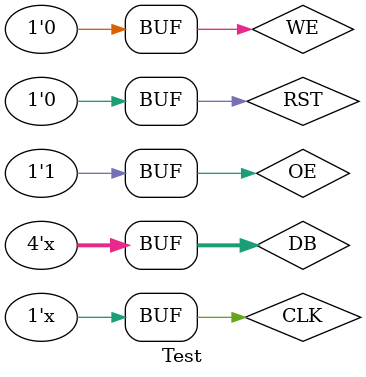
<source format=v>
`timescale 1ns / 1ps

module Test;

	reg CLK;
	reg RST;
	reg WE;
	reg OE;
	
	wire IRQ;

	wire [3:0] DB;

	Top uut (
		.CLK(CLK), 
		.RST(RST), 
		.WE(WE), 
		.OE(OE), 
		.IRQ(IRQ), 
		.DB(DB)
	);
	
	always begin
		CLK = ~CLK; #50;
	end
	
	always begin
		OE = 0; #550;
		OE = 1; #50;
	end
	
	assign DB = (WE && !OE) ? 4'h5 : 4'bZ;

	initial begin
		CLK = 0;
		WE = 0;
		OE = 0;
		
		RST = 0; #50;
		RST = 1; #50;
		RST = 0; #50;
		
		WE = 1; #50;
		WE = 0; #150;

	end
      
endmodule


</source>
